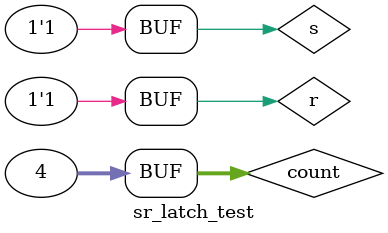
<source format=v>
module sr_latch_test; 
reg s, r; 
wire q, qbar; 
sr_latch gate(q, qbar, s, r); 
integer count; 
initial begin 
for (count = 0; count < 4; count = count + 1) begin 
{s, r} = count; 
#10; 
end 
end 
endmodule 

</source>
